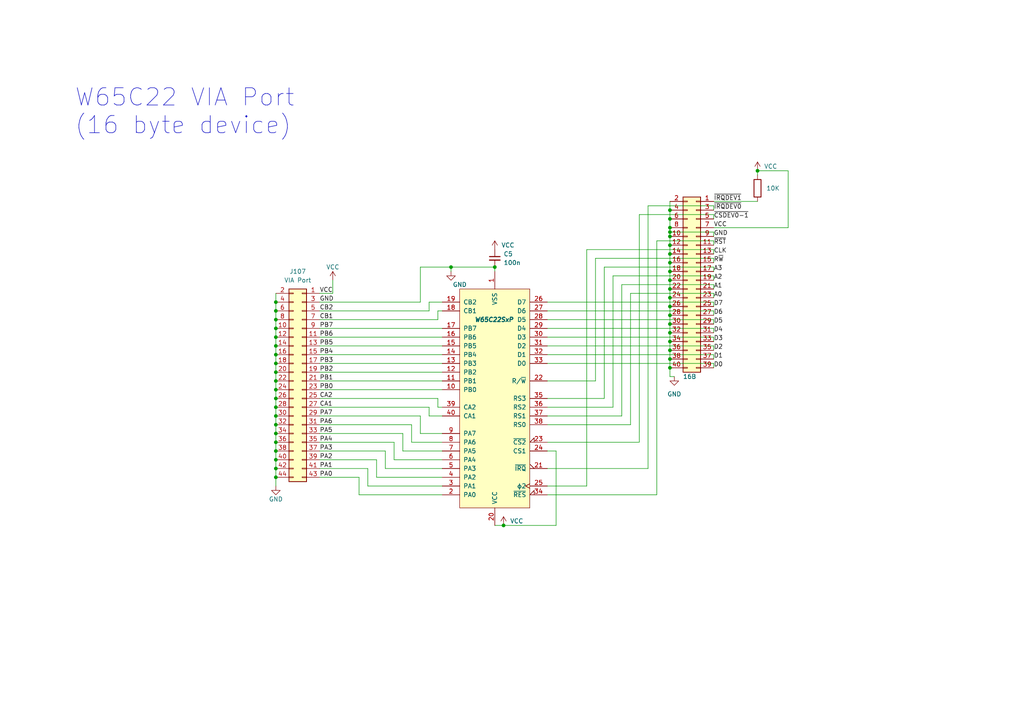
<source format=kicad_sch>
(kicad_sch (version 20211123) (generator eeschema)
  (paper "A4")
  (lib_symbols
    (symbol "65C816:W65C22SxP" (pin_names (offset 1.016))
      (property "Reference" "U" (at -10.16 33.02 0))
      (property "Value" "W65C22SxP" (at 0 0 90))
      (symbol "W65C22SxP_0_1"
        (rectangle (start -10.16 31.75) (end 10.16 -31.75) (fill (type background)))
      )
      (symbol "W65C22SxP_1_1"
        (pin power_in line (at 0 -36.83 90) (length 5.08) (name "VSS") (number "1"))
        (pin bidirectional line (at 15.24 -2.54 180) (length 5.08) (name "PB0") (number "10"))
        (pin bidirectional line (at 15.24 -5.08 180) (length 5.08) (name "PB1") (number "11"))
        (pin bidirectional line (at 15.24 -7.62 180) (length 5.08) (name "PB2") (number "12"))
        (pin bidirectional line (at 15.24 -10.16 180) (length 5.08) (name "PB3") (number "13"))
        (pin bidirectional line (at 15.24 -12.7 180) (length 5.08) (name "PB4") (number "14"))
        (pin bidirectional line (at 15.24 -15.24 180) (length 5.08) (name "PB5") (number "15"))
        (pin bidirectional line (at 15.24 -17.78 180) (length 5.08) (name "PB6") (number "16"))
        (pin bidirectional line (at 15.24 -20.32 180) (length 5.08) (name "PB7") (number "17"))
        (pin input line (at 15.24 -25.4 180) (length 5.08) (name "CB1") (number "18"))
        (pin bidirectional line (at 15.24 -27.94 180) (length 5.08) (name "CB2") (number "19"))
        (pin bidirectional line (at 15.24 27.94 180) (length 5.08) (name "PA0") (number "2"))
        (pin power_in line (at 0 36.83 270) (length 5.08) (name "VCC") (number "20"))
        (pin output output_low (at -15.24 20.32 0) (length 5.08) (name "~{IRQ}") (number "21"))
        (pin input line (at -15.24 -5.08 0) (length 5.08) (name "R/~{W}") (number "22"))
        (pin input input_low (at -15.24 12.7 0) (length 5.08) (name "~{CS2}") (number "23"))
        (pin input line (at -15.24 15.24 0) (length 5.08) (name "CS1") (number "24"))
        (pin input clock (at -15.24 25.4 0) (length 5.08) (name "ϕ2") (number "25"))
        (pin bidirectional line (at -15.24 -27.94 0) (length 5.08) (name "D7") (number "26"))
        (pin bidirectional line (at -15.24 -25.4 0) (length 5.08) (name "D6") (number "27"))
        (pin bidirectional line (at -15.24 -22.86 0) (length 5.08) (name "D5") (number "28"))
        (pin bidirectional line (at -15.24 -20.32 0) (length 5.08) (name "D4") (number "29"))
        (pin bidirectional line (at 15.24 25.4 180) (length 5.08) (name "PA1") (number "3"))
        (pin bidirectional line (at -15.24 -17.78 0) (length 5.08) (name "D3") (number "30"))
        (pin bidirectional line (at -15.24 -15.24 0) (length 5.08) (name "D2") (number "31"))
        (pin bidirectional line (at -15.24 -12.7 0) (length 5.08) (name "D1") (number "32"))
        (pin bidirectional line (at -15.24 -10.16 0) (length 5.08) (name "D0") (number "33"))
        (pin input input_low (at -15.24 27.94 0) (length 5.08) (name "~{RES}") (number "34"))
        (pin input line (at -15.24 0 0) (length 5.08) (name "RS3") (number "35"))
        (pin input line (at -15.24 2.54 0) (length 5.08) (name "RS2") (number "36"))
        (pin input line (at -15.24 5.08 0) (length 5.08) (name "RS1") (number "37"))
        (pin input line (at -15.24 7.62 0) (length 5.08) (name "RS0") (number "38"))
        (pin bidirectional line (at 15.24 2.54 180) (length 5.08) (name "CA2") (number "39"))
        (pin bidirectional line (at 15.24 22.86 180) (length 5.08) (name "PA2") (number "4"))
        (pin input line (at 15.24 5.08 180) (length 5.08) (name "CA1") (number "40"))
        (pin bidirectional line (at 15.24 20.32 180) (length 5.08) (name "PA3") (number "5"))
        (pin bidirectional line (at 15.24 17.78 180) (length 5.08) (name "PA4") (number "6"))
        (pin bidirectional line (at 15.24 15.24 180) (length 5.08) (name "PA5") (number "7"))
        (pin bidirectional line (at 15.24 12.7 180) (length 5.08) (name "PA6") (number "8"))
        (pin bidirectional line (at 15.24 10.16 180) (length 5.08) (name "PA7") (number "9"))
      )
    )
    (symbol "Connector_Generic:Conn_02x20_Odd_Even" (pin_names (offset 1.016) hide)
      (property "Reference" "J" (at 1.27 25.4 0))
      (property "Value" "Conn_02x20_Odd_Even" (at 1.27 -27.94 0))
      (symbol "Conn_02x20_Odd_Even_1_1"
        (rectangle (start -1.27 -25.273) (end 0 -25.527) (stroke (width 0.1524)))
        (rectangle (start -1.27 -22.733) (end 0 -22.987) (stroke (width 0.1524)))
        (rectangle (start -1.27 -20.193) (end 0 -20.447) (stroke (width 0.1524)))
        (rectangle (start -1.27 -17.653) (end 0 -17.907) (stroke (width 0.1524)))
        (rectangle (start -1.27 -15.113) (end 0 -15.367) (stroke (width 0.1524)))
        (rectangle (start -1.27 -12.573) (end 0 -12.827) (stroke (width 0.1524)))
        (rectangle (start -1.27 -10.033) (end 0 -10.287) (stroke (width 0.1524)))
        (rectangle (start -1.27 -7.493) (end 0 -7.747) (stroke (width 0.1524)))
        (rectangle (start -1.27 -4.953) (end 0 -5.207) (stroke (width 0.1524)))
        (rectangle (start -1.27 -2.413) (end 0 -2.667) (stroke (width 0.1524)))
        (rectangle (start -1.27 0.127) (end 0 -0.127) (stroke (width 0.1524)))
        (rectangle (start -1.27 2.667) (end 0 2.413) (stroke (width 0.1524)))
        (rectangle (start -1.27 5.207) (end 0 4.953) (stroke (width 0.1524)))
        (rectangle (start -1.27 7.747) (end 0 7.493) (stroke (width 0.1524)))
        (rectangle (start -1.27 10.287) (end 0 10.033) (stroke (width 0.1524)))
        (rectangle (start -1.27 12.827) (end 0 12.573) (stroke (width 0.1524)))
        (rectangle (start -1.27 15.367) (end 0 15.113) (stroke (width 0.1524)))
        (rectangle (start -1.27 17.907) (end 0 17.653) (stroke (width 0.1524)))
        (rectangle (start -1.27 20.447) (end 0 20.193) (stroke (width 0.1524)))
        (rectangle (start -1.27 22.987) (end 0 22.733) (stroke (width 0.1524)))
        (rectangle (start -1.27 24.13) (end 3.81 -26.67) (stroke (width 0.254)) (fill (type background)))
        (rectangle (start 3.81 -25.273) (end 2.54 -25.527) (stroke (width 0.1524)))
        (rectangle (start 3.81 -22.733) (end 2.54 -22.987) (stroke (width 0.1524)))
        (rectangle (start 3.81 -20.193) (end 2.54 -20.447) (stroke (width 0.1524)))
        (rectangle (start 3.81 -17.653) (end 2.54 -17.907) (stroke (width 0.1524)))
        (rectangle (start 3.81 -15.113) (end 2.54 -15.367) (stroke (width 0.1524)))
        (rectangle (start 3.81 -12.573) (end 2.54 -12.827) (stroke (width 0.1524)))
        (rectangle (start 3.81 -10.033) (end 2.54 -10.287) (stroke (width 0.1524)))
        (rectangle (start 3.81 -7.493) (end 2.54 -7.747) (stroke (width 0.1524)))
        (rectangle (start 3.81 -4.953) (end 2.54 -5.207) (stroke (width 0.1524)))
        (rectangle (start 3.81 -2.413) (end 2.54 -2.667) (stroke (width 0.1524)))
        (rectangle (start 3.81 0.127) (end 2.54 -0.127) (stroke (width 0.1524)))
        (rectangle (start 3.81 2.667) (end 2.54 2.413) (stroke (width 0.1524)))
        (rectangle (start 3.81 5.207) (end 2.54 4.953) (stroke (width 0.1524)))
        (rectangle (start 3.81 7.747) (end 2.54 7.493) (stroke (width 0.1524)))
        (rectangle (start 3.81 10.287) (end 2.54 10.033) (stroke (width 0.1524)))
        (rectangle (start 3.81 12.827) (end 2.54 12.573) (stroke (width 0.1524)))
        (rectangle (start 3.81 15.367) (end 2.54 15.113) (stroke (width 0.1524)))
        (rectangle (start 3.81 17.907) (end 2.54 17.653) (stroke (width 0.1524)))
        (rectangle (start 3.81 20.447) (end 2.54 20.193) (stroke (width 0.1524)))
        (rectangle (start 3.81 22.987) (end 2.54 22.733) (stroke (width 0.1524)))
        (pin passive line (at -5.08 22.86 0) (length 3.81) (name "Pin_1") (number "1"))
        (pin passive line (at 7.62 12.7 180) (length 3.81) (name "Pin_10") (number "10"))
        (pin passive line (at -5.08 10.16 0) (length 3.81) (name "Pin_11") (number "11"))
        (pin passive line (at 7.62 10.16 180) (length 3.81) (name "Pin_12") (number "12"))
        (pin passive line (at -5.08 7.62 0) (length 3.81) (name "Pin_13") (number "13"))
        (pin passive line (at 7.62 7.62 180) (length 3.81) (name "Pin_14") (number "14"))
        (pin passive line (at -5.08 5.08 0) (length 3.81) (name "Pin_15") (number "15"))
        (pin passive line (at 7.62 5.08 180) (length 3.81) (name "Pin_16") (number "16"))
        (pin passive line (at -5.08 2.54 0) (length 3.81) (name "Pin_17") (number "17"))
        (pin passive line (at 7.62 2.54 180) (length 3.81) (name "Pin_18") (number "18"))
        (pin passive line (at -5.08 0 0) (length 3.81) (name "Pin_19") (number "19"))
        (pin passive line (at 7.62 22.86 180) (length 3.81) (name "Pin_2") (number "2"))
        (pin passive line (at 7.62 0 180) (length 3.81) (name "Pin_20") (number "20"))
        (pin passive line (at -5.08 -2.54 0) (length 3.81) (name "Pin_21") (number "21"))
        (pin passive line (at 7.62 -2.54 180) (length 3.81) (name "Pin_22") (number "22"))
        (pin passive line (at -5.08 -5.08 0) (length 3.81) (name "Pin_23") (number "23"))
        (pin passive line (at 7.62 -5.08 180) (length 3.81) (name "Pin_24") (number "24"))
        (pin passive line (at -5.08 -7.62 0) (length 3.81) (name "Pin_25") (number "25"))
        (pin passive line (at 7.62 -7.62 180) (length 3.81) (name "Pin_26") (number "26"))
        (pin passive line (at -5.08 -10.16 0) (length 3.81) (name "Pin_27") (number "27"))
        (pin passive line (at 7.62 -10.16 180) (length 3.81) (name "Pin_28") (number "28"))
        (pin passive line (at -5.08 -12.7 0) (length 3.81) (name "Pin_29") (number "29"))
        (pin passive line (at -5.08 20.32 0) (length 3.81) (name "Pin_3") (number "3"))
        (pin passive line (at 7.62 -12.7 180) (length 3.81) (name "Pin_30") (number "30"))
        (pin passive line (at -5.08 -15.24 0) (length 3.81) (name "Pin_31") (number "31"))
        (pin passive line (at 7.62 -15.24 180) (length 3.81) (name "Pin_32") (number "32"))
        (pin passive line (at -5.08 -17.78 0) (length 3.81) (name "Pin_33") (number "33"))
        (pin passive line (at 7.62 -17.78 180) (length 3.81) (name "Pin_34") (number "34"))
        (pin passive line (at -5.08 -20.32 0) (length 3.81) (name "Pin_35") (number "35"))
        (pin passive line (at 7.62 -20.32 180) (length 3.81) (name "Pin_36") (number "36"))
        (pin passive line (at -5.08 -22.86 0) (length 3.81) (name "Pin_37") (number "37"))
        (pin passive line (at 7.62 -22.86 180) (length 3.81) (name "Pin_38") (number "38"))
        (pin passive line (at -5.08 -25.4 0) (length 3.81) (name "Pin_39") (number "39"))
        (pin passive line (at 7.62 20.32 180) (length 3.81) (name "Pin_4") (number "4"))
        (pin passive line (at 7.62 -25.4 180) (length 3.81) (name "Pin_40") (number "40"))
        (pin passive line (at -5.08 17.78 0) (length 3.81) (name "Pin_5") (number "5"))
        (pin passive line (at 7.62 17.78 180) (length 3.81) (name "Pin_6") (number "6"))
        (pin passive line (at -5.08 15.24 0) (length 3.81) (name "Pin_7") (number "7"))
        (pin passive line (at 7.62 15.24 180) (length 3.81) (name "Pin_8") (number "8"))
        (pin passive line (at -5.08 12.7 0) (length 3.81) (name "Pin_9") (number "9"))
      )
    )
    (symbol "Connector_Generic:Conn_02x22_Odd_Even" (pin_names (offset 1.016) hide)
      (property "Reference" "J" (at 1.27 27.94 0))
      (property "Value" "Conn_02x22_Odd_Even" (at 1.27 -30.48 0))
      (symbol "Conn_02x22_Odd_Even_1_1"
        (rectangle (start -1.27 -27.813) (end 0 -28.067) (stroke (width 0.1524)))
        (rectangle (start -1.27 -25.273) (end 0 -25.527) (stroke (width 0.1524)))
        (rectangle (start -1.27 -22.733) (end 0 -22.987) (stroke (width 0.1524)))
        (rectangle (start -1.27 -20.193) (end 0 -20.447) (stroke (width 0.1524)))
        (rectangle (start -1.27 -17.653) (end 0 -17.907) (stroke (width 0.1524)))
        (rectangle (start -1.27 -15.113) (end 0 -15.367) (stroke (width 0.1524)))
        (rectangle (start -1.27 -12.573) (end 0 -12.827) (stroke (width 0.1524)))
        (rectangle (start -1.27 -10.033) (end 0 -10.287) (stroke (width 0.1524)))
        (rectangle (start -1.27 -7.493) (end 0 -7.747) (stroke (width 0.1524)))
        (rectangle (start -1.27 -4.953) (end 0 -5.207) (stroke (width 0.1524)))
        (rectangle (start -1.27 -2.413) (end 0 -2.667) (stroke (width 0.1524)))
        (rectangle (start -1.27 0.127) (end 0 -0.127) (stroke (width 0.1524)))
        (rectangle (start -1.27 2.667) (end 0 2.413) (stroke (width 0.1524)))
        (rectangle (start -1.27 5.207) (end 0 4.953) (stroke (width 0.1524)))
        (rectangle (start -1.27 7.747) (end 0 7.493) (stroke (width 0.1524)))
        (rectangle (start -1.27 10.287) (end 0 10.033) (stroke (width 0.1524)))
        (rectangle (start -1.27 12.827) (end 0 12.573) (stroke (width 0.1524)))
        (rectangle (start -1.27 15.367) (end 0 15.113) (stroke (width 0.1524)))
        (rectangle (start -1.27 17.907) (end 0 17.653) (stroke (width 0.1524)))
        (rectangle (start -1.27 20.447) (end 0 20.193) (stroke (width 0.1524)))
        (rectangle (start -1.27 22.987) (end 0 22.733) (stroke (width 0.1524)))
        (rectangle (start -1.27 25.527) (end 0 25.273) (stroke (width 0.1524)))
        (rectangle (start -1.27 26.67) (end 3.81 -29.21) (stroke (width 0.254)) (fill (type background)))
        (rectangle (start 3.81 -27.813) (end 2.54 -28.067) (stroke (width 0.1524)))
        (rectangle (start 3.81 -25.273) (end 2.54 -25.527) (stroke (width 0.1524)))
        (rectangle (start 3.81 -22.733) (end 2.54 -22.987) (stroke (width 0.1524)))
        (rectangle (start 3.81 -20.193) (end 2.54 -20.447) (stroke (width 0.1524)))
        (rectangle (start 3.81 -17.653) (end 2.54 -17.907) (stroke (width 0.1524)))
        (rectangle (start 3.81 -15.113) (end 2.54 -15.367) (stroke (width 0.1524)))
        (rectangle (start 3.81 -12.573) (end 2.54 -12.827) (stroke (width 0.1524)))
        (rectangle (start 3.81 -10.033) (end 2.54 -10.287) (stroke (width 0.1524)))
        (rectangle (start 3.81 -7.493) (end 2.54 -7.747) (stroke (width 0.1524)))
        (rectangle (start 3.81 -4.953) (end 2.54 -5.207) (stroke (width 0.1524)))
        (rectangle (start 3.81 -2.413) (end 2.54 -2.667) (stroke (width 0.1524)))
        (rectangle (start 3.81 0.127) (end 2.54 -0.127) (stroke (width 0.1524)))
        (rectangle (start 3.81 2.667) (end 2.54 2.413) (stroke (width 0.1524)))
        (rectangle (start 3.81 5.207) (end 2.54 4.953) (stroke (width 0.1524)))
        (rectangle (start 3.81 7.747) (end 2.54 7.493) (stroke (width 0.1524)))
        (rectangle (start 3.81 10.287) (end 2.54 10.033) (stroke (width 0.1524)))
        (rectangle (start 3.81 12.827) (end 2.54 12.573) (stroke (width 0.1524)))
        (rectangle (start 3.81 15.367) (end 2.54 15.113) (stroke (width 0.1524)))
        (rectangle (start 3.81 17.907) (end 2.54 17.653) (stroke (width 0.1524)))
        (rectangle (start 3.81 20.447) (end 2.54 20.193) (stroke (width 0.1524)))
        (rectangle (start 3.81 22.987) (end 2.54 22.733) (stroke (width 0.1524)))
        (rectangle (start 3.81 25.527) (end 2.54 25.273) (stroke (width 0.1524)))
        (pin passive line (at -5.08 25.4 0) (length 3.81) (name "Pin_1") (number "1"))
        (pin passive line (at 7.62 15.24 180) (length 3.81) (name "Pin_10") (number "10"))
        (pin passive line (at -5.08 12.7 0) (length 3.81) (name "Pin_11") (number "11"))
        (pin passive line (at 7.62 12.7 180) (length 3.81) (name "Pin_12") (number "12"))
        (pin passive line (at -5.08 10.16 0) (length 3.81) (name "Pin_13") (number "13"))
        (pin passive line (at 7.62 10.16 180) (length 3.81) (name "Pin_14") (number "14"))
        (pin passive line (at -5.08 7.62 0) (length 3.81) (name "Pin_15") (number "15"))
        (pin passive line (at 7.62 7.62 180) (length 3.81) (name "Pin_16") (number "16"))
        (pin passive line (at -5.08 5.08 0) (length 3.81) (name "Pin_17") (number "17"))
        (pin passive line (at 7.62 5.08 180) (length 3.81) (name "Pin_18") (number "18"))
        (pin passive line (at -5.08 2.54 0) (length 3.81) (name "Pin_19") (number "19"))
        (pin passive line (at 7.62 25.4 180) (length 3.81) (name "Pin_2") (number "2"))
        (pin passive line (at 7.62 2.54 180) (length 3.81) (name "Pin_20") (number "20"))
        (pin passive line (at -5.08 0 0) (length 3.81) (name "Pin_21") (number "21"))
        (pin passive line (at 7.62 0 180) (length 3.81) (name "Pin_22") (number "22"))
        (pin passive line (at -5.08 -2.54 0) (length 3.81) (name "Pin_23") (number "23"))
        (pin passive line (at 7.62 -2.54 180) (length 3.81) (name "Pin_24") (number "24"))
        (pin passive line (at -5.08 -5.08 0) (length 3.81) (name "Pin_25") (number "25"))
        (pin passive line (at 7.62 -5.08 180) (length 3.81) (name "Pin_26") (number "26"))
        (pin passive line (at -5.08 -7.62 0) (length 3.81) (name "Pin_27") (number "27"))
        (pin passive line (at 7.62 -7.62 180) (length 3.81) (name "Pin_28") (number "28"))
        (pin passive line (at -5.08 -10.16 0) (length 3.81) (name "Pin_29") (number "29"))
        (pin passive line (at -5.08 22.86 0) (length 3.81) (name "Pin_3") (number "3"))
        (pin passive line (at 7.62 -10.16 180) (length 3.81) (name "Pin_30") (number "30"))
        (pin passive line (at -5.08 -12.7 0) (length 3.81) (name "Pin_31") (number "31"))
        (pin passive line (at 7.62 -12.7 180) (length 3.81) (name "Pin_32") (number "32"))
        (pin passive line (at -5.08 -15.24 0) (length 3.81) (name "Pin_33") (number "33"))
        (pin passive line (at 7.62 -15.24 180) (length 3.81) (name "Pin_34") (number "34"))
        (pin passive line (at -5.08 -17.78 0) (length 3.81) (name "Pin_35") (number "35"))
        (pin passive line (at 7.62 -17.78 180) (length 3.81) (name "Pin_36") (number "36"))
        (pin passive line (at -5.08 -20.32 0) (length 3.81) (name "Pin_37") (number "37"))
        (pin passive line (at 7.62 -20.32 180) (length 3.81) (name "Pin_38") (number "38"))
        (pin passive line (at -5.08 -22.86 0) (length 3.81) (name "Pin_39") (number "39"))
        (pin passive line (at 7.62 22.86 180) (length 3.81) (name "Pin_4") (number "4"))
        (pin passive line (at 7.62 -22.86 180) (length 3.81) (name "Pin_40") (number "40"))
        (pin passive line (at -5.08 -25.4 0) (length 3.81) (name "Pin_41") (number "41"))
        (pin passive line (at 7.62 -25.4 180) (length 3.81) (name "Pin_42") (number "42"))
        (pin passive line (at -5.08 -27.94 0) (length 3.81) (name "Pin_43") (number "43"))
        (pin passive line (at 7.62 -27.94 180) (length 3.81) (name "Pin_44") (number "44"))
        (pin passive line (at -5.08 20.32 0) (length 3.81) (name "Pin_5") (number "5"))
        (pin passive line (at 7.62 20.32 180) (length 3.81) (name "Pin_6") (number "6"))
        (pin passive line (at -5.08 17.78 0) (length 3.81) (name "Pin_7") (number "7"))
        (pin passive line (at 7.62 17.78 180) (length 3.81) (name "Pin_8") (number "8"))
        (pin passive line (at -5.08 15.24 0) (length 3.81) (name "Pin_9") (number "9"))
      )
    )
    (symbol "Device:C_Small" (pin_numbers hide) (pin_names (offset 0.254) hide)
      (property "Reference" "C" (at 0.254 1.778 0))
      (property "Value" "C_Small" (at 0.254 -2.032 0))
      (symbol "C_Small_0_1"
        (polyline (pts (xy -1.524 -0.508) (xy 1.524 -0.508)) (stroke (width 0.3302)))
        (polyline (pts (xy -1.524 0.508) (xy 1.524 0.508)) (stroke (width 0.3048)))
      )
      (symbol "C_Small_1_1"
        (pin passive line (at 0 2.54 270) (length 2.032) (name "~") (number "1"))
        (pin passive line (at 0 -2.54 90) (length 2.032) (name "~") (number "2"))
      )
    )
    (symbol "Device:R" (pin_numbers hide) (pin_names (offset 0))
      (property "Reference" "R" (at 2.032 0 90))
      (property "Value" "R" (at 0 0 90))
      (symbol "R_0_1"
        (rectangle (start -1.016 -2.54) (end 1.016 2.54) (stroke (width 0.254)))
      )
      (symbol "R_1_1"
        (pin passive line (at 0 3.81 270) (length 1.27) (name "~") (number "1"))
        (pin passive line (at 0 -3.81 90) (length 1.27) (name "~") (number "2"))
      )
    )
    (symbol "GND_2" (power) (pin_names (offset 0))
      (property "Value" "GND_2" (at 0 -3.81 0))
      (symbol "GND_2_0_1"
        (polyline (pts (xy 0 0) (xy 0 -1.27) (xy 1.27 -1.27) (xy 0 -2.54) (xy -1.27 -1.27) (xy 0 -1.27)))
      )
      (symbol "GND_2_1_1"
        (pin power_in line (at 0 0 270) (length 0) hide (name "GND") (number "1"))
      )
    )
    (symbol "power:VCC" (power) (pin_names (offset 0))
      (property "Value" "VCC" (at 0 3.81 0))
      (symbol "VCC_0_1"
        (polyline (pts (xy -0.762 1.27) (xy 0 2.54)))
        (polyline (pts (xy 0 0) (xy 0 2.54)))
        (polyline (pts (xy 0 2.54) (xy 0.762 1.27)))
      )
      (symbol "VCC_1_1"
        (pin power_in line (at 0 0 90) (length 0) hide (name "VCC") (number "1"))
      )
    )
  )
  (junction (at 80.01 133.35))
  (junction (at 80.01 100.33))
  (junction (at 194.31 101.6))
  (junction (at 194.31 81.28))
  (junction (at 80.01 95.25))
  (junction (at 80.01 130.81))
  (junction (at 80.01 123.19))
  (junction (at 194.31 60.96))
  (junction (at 194.31 104.14))
  (junction (at 80.01 92.71))
  (junction (at 130.81 77.47))
  (junction (at 80.01 125.73))
  (junction (at 194.31 71.12))
  (junction (at 80.01 118.11))
  (junction (at 194.31 83.82))
  (junction (at 194.31 93.98))
  (junction (at 194.31 99.06))
  (junction (at 80.01 115.57))
  (junction (at 194.31 88.9))
  (junction (at 194.31 68.58))
  (junction (at 80.01 107.95))
  (junction (at 194.31 67.31))
  (junction (at 143.51 77.47))
  (junction (at 80.01 110.49))
  (junction (at 146.05 152.4))
  (junction (at 80.01 102.87))
  (junction (at 194.31 73.66))
  (junction (at 80.01 87.63))
  (junction (at 219.71 49.53))
  (junction (at 194.31 63.5))
  (junction (at 80.01 138.43))
  (junction (at 80.01 105.41))
  (junction (at 194.31 96.52))
  (junction (at 194.31 78.74))
  (junction (at 194.31 91.44))
  (junction (at 194.31 106.68))
  (junction (at 80.01 128.27))
  (junction (at 80.01 120.65))
  (junction (at 80.01 97.79))
  (junction (at 80.01 113.03))
  (junction (at 80.01 135.89))
  (junction (at 194.31 66.04))
  (junction (at 194.31 86.36))
  (junction (at 194.31 76.2))
  (junction (at 80.01 90.17))
  (wire (pts (xy 219.71 49.53) (xy 228.6 49.53)))
  (wire (pts (xy 80.01 105.41) (xy 80.01 107.95)))
  (wire (pts (xy 180.34 120.65) (xy 180.34 82.55)))
  (wire (pts (xy 190.5 69.85) (xy 190.5 143.51)))
  (wire (pts (xy 109.22 138.43) (xy 128.27 138.43)))
  (wire (pts (xy 194.31 91.44) (xy 194.31 93.98)))
  (wire (pts (xy 207.01 71.12) (xy 207.01 69.85)))
  (wire (pts (xy 194.31 68.58) (xy 194.31 71.12)))
  (wire (pts (xy 175.26 77.47) (xy 207.01 77.47)))
  (wire (pts (xy 80.01 130.81) (xy 80.01 133.35)))
  (wire (pts (xy 121.92 125.73) (xy 128.27 125.73)))
  (wire (pts (xy 96.52 81.28) (xy 96.52 85.09)))
  (wire (pts (xy 219.71 49.53) (xy 219.71 50.8)))
  (wire (pts (xy 185.42 128.27) (xy 158.75 128.27)))
  (wire (pts (xy 92.71 138.43) (xy 104.14 138.43)))
  (wire (pts (xy 92.71 120.65) (xy 121.92 120.65)))
  (wire (pts (xy 207.01 81.28) (xy 207.01 80.01)))
  (wire (pts (xy 161.29 130.81) (xy 161.29 152.4)))
  (wire (pts (xy 80.01 138.43) (xy 80.01 140.97)))
  (wire (pts (xy 92.71 107.95) (xy 128.27 107.95)))
  (wire (pts (xy 207.01 102.87) (xy 207.01 104.14)))
  (wire (pts (xy 80.01 115.57) (xy 80.01 118.11)))
  (wire (pts (xy 121.92 77.47) (xy 121.92 87.63)))
  (wire (pts (xy 80.01 107.95) (xy 80.01 110.49)))
  (wire (pts (xy 92.71 128.27) (xy 114.3 128.27)))
  (wire (pts (xy 80.01 113.03) (xy 80.01 115.57)))
  (wire (pts (xy 207.01 92.71) (xy 207.01 93.98)))
  (wire (pts (xy 194.31 104.14) (xy 194.31 106.68)))
  (wire (pts (xy 207.01 69.85) (xy 190.5 69.85)))
  (wire (pts (xy 106.68 140.97) (xy 128.27 140.97)))
  (wire (pts (xy 194.31 66.04) (xy 194.31 67.31)))
  (wire (pts (xy 194.31 101.6) (xy 194.31 104.14)))
  (wire (pts (xy 80.01 118.11) (xy 80.01 120.65)))
  (wire (pts (xy 111.76 135.89) (xy 128.27 135.89)))
  (wire (pts (xy 185.42 62.23) (xy 185.42 128.27)))
  (wire (pts (xy 194.31 93.98) (xy 194.31 96.52)))
  (wire (pts (xy 194.31 99.06) (xy 194.31 101.6)))
  (wire (pts (xy 92.71 135.89) (xy 106.68 135.89)))
  (wire (pts (xy 80.01 110.49) (xy 80.01 113.03)))
  (wire (pts (xy 104.14 138.43) (xy 104.14 143.51)))
  (wire (pts (xy 207.01 67.31) (xy 207.01 68.58)))
  (wire (pts (xy 92.71 130.81) (xy 111.76 130.81)))
  (wire (pts (xy 207.01 97.79) (xy 207.01 99.06)))
  (wire (pts (xy 194.31 67.31) (xy 207.01 67.31)))
  (wire (pts (xy 207.01 58.42) (xy 219.71 58.42)))
  (wire (pts (xy 194.31 109.22) (xy 195.58 109.22)))
  (wire (pts (xy 80.01 123.19) (xy 80.01 125.73)))
  (wire (pts (xy 158.75 135.89) (xy 187.96 135.89)))
  (wire (pts (xy 194.31 81.28) (xy 194.31 83.82)))
  (wire (pts (xy 172.72 74.93) (xy 207.01 74.93)))
  (wire (pts (xy 80.01 135.89) (xy 80.01 138.43)))
  (wire (pts (xy 114.3 128.27) (xy 114.3 133.35)))
  (wire (pts (xy 194.31 76.2) (xy 194.31 78.74)))
  (wire (pts (xy 92.71 97.79) (xy 128.27 97.79)))
  (wire (pts (xy 92.71 133.35) (xy 109.22 133.35)))
  (wire (pts (xy 182.88 123.19) (xy 158.75 123.19)))
  (wire (pts (xy 124.46 120.65) (xy 128.27 120.65)))
  (wire (pts (xy 121.92 87.63) (xy 92.71 87.63)))
  (wire (pts (xy 194.31 96.52) (xy 194.31 99.06)))
  (wire (pts (xy 177.8 118.11) (xy 158.75 118.11)))
  (wire (pts (xy 207.01 87.63) (xy 207.01 88.9)))
  (wire (pts (xy 158.75 97.79) (xy 207.01 97.79)))
  (wire (pts (xy 92.71 102.87) (xy 128.27 102.87)))
  (wire (pts (xy 194.31 60.96) (xy 194.31 63.5)))
  (wire (pts (xy 92.71 125.73) (xy 116.84 125.73)))
  (wire (pts (xy 194.31 71.12) (xy 194.31 73.66)))
  (wire (pts (xy 92.71 113.03) (xy 128.27 113.03)))
  (wire (pts (xy 127 115.57) (xy 127 118.11)))
  (wire (pts (xy 130.81 77.47) (xy 143.51 77.47)))
  (wire (pts (xy 190.5 143.51) (xy 158.75 143.51)))
  (wire (pts (xy 92.71 123.19) (xy 119.38 123.19)))
  (wire (pts (xy 194.31 67.31) (xy 194.31 68.58)))
  (wire (pts (xy 207.01 95.25) (xy 207.01 96.52)))
  (wire (pts (xy 207.01 100.33) (xy 207.01 101.6)))
  (wire (pts (xy 158.75 95.25) (xy 207.01 95.25)))
  (wire (pts (xy 194.31 88.9) (xy 194.31 91.44)))
  (wire (pts (xy 92.71 118.11) (xy 124.46 118.11)))
  (wire (pts (xy 143.51 77.47) (xy 143.51 78.74)))
  (wire (pts (xy 80.01 120.65) (xy 80.01 123.19)))
  (wire (pts (xy 80.01 97.79) (xy 80.01 100.33)))
  (wire (pts (xy 146.05 152.4) (xy 161.29 152.4)))
  (wire (pts (xy 80.01 95.25) (xy 80.01 97.79)))
  (wire (pts (xy 119.38 128.27) (xy 128.27 128.27)))
  (wire (pts (xy 158.75 120.65) (xy 180.34 120.65)))
  (wire (pts (xy 207.01 66.04) (xy 228.6 66.04)))
  (wire (pts (xy 111.76 130.81) (xy 111.76 135.89)))
  (wire (pts (xy 92.71 92.71) (xy 127 92.71)))
  (wire (pts (xy 124.46 118.11) (xy 124.46 120.65)))
  (wire (pts (xy 121.92 120.65) (xy 121.92 125.73)))
  (wire (pts (xy 80.01 125.73) (xy 80.01 128.27)))
  (wire (pts (xy 130.81 77.47) (xy 130.81 78.74)))
  (wire (pts (xy 194.31 78.74) (xy 194.31 81.28)))
  (wire (pts (xy 80.01 85.09) (xy 80.01 87.63)))
  (wire (pts (xy 116.84 125.73) (xy 116.84 130.81)))
  (wire (pts (xy 170.18 72.39) (xy 170.18 140.97)))
  (wire (pts (xy 92.71 90.17) (xy 124.46 90.17)))
  (wire (pts (xy 194.31 106.68) (xy 194.31 109.22)))
  (wire (pts (xy 207.01 105.41) (xy 207.01 106.68)))
  (wire (pts (xy 158.75 92.71) (xy 207.01 92.71)))
  (wire (pts (xy 158.75 110.49) (xy 172.72 110.49)))
  (wire (pts (xy 127 118.11) (xy 128.27 118.11)))
  (wire (pts (xy 194.31 83.82) (xy 194.31 86.36)))
  (wire (pts (xy 228.6 49.53) (xy 228.6 66.04)))
  (wire (pts (xy 207.01 60.96) (xy 207.01 59.69)))
  (wire (pts (xy 207.01 90.17) (xy 207.01 91.44)))
  (wire (pts (xy 92.71 115.57) (xy 127 115.57)))
  (wire (pts (xy 92.71 110.49) (xy 128.27 110.49)))
  (wire (pts (xy 194.31 63.5) (xy 194.31 66.04)))
  (wire (pts (xy 158.75 105.41) (xy 207.01 105.41)))
  (wire (pts (xy 194.31 73.66) (xy 194.31 76.2)))
  (wire (pts (xy 80.01 100.33) (xy 80.01 102.87)))
  (wire (pts (xy 127 92.71) (xy 127 90.17)))
  (wire (pts (xy 207.01 80.01) (xy 177.8 80.01)))
  (wire (pts (xy 92.71 105.41) (xy 128.27 105.41)))
  (wire (pts (xy 207.01 86.36) (xy 207.01 85.09)))
  (wire (pts (xy 143.51 152.4) (xy 146.05 152.4)))
  (wire (pts (xy 207.01 59.69) (xy 187.96 59.69)))
  (wire (pts (xy 158.75 102.87) (xy 207.01 102.87)))
  (wire (pts (xy 121.92 77.47) (xy 130.81 77.47)))
  (wire (pts (xy 158.75 115.57) (xy 175.26 115.57)))
  (wire (pts (xy 127 90.17) (xy 128.27 90.17)))
  (wire (pts (xy 194.31 86.36) (xy 194.31 88.9)))
  (wire (pts (xy 158.75 90.17) (xy 207.01 90.17)))
  (wire (pts (xy 92.71 100.33) (xy 128.27 100.33)))
  (wire (pts (xy 158.75 100.33) (xy 207.01 100.33)))
  (wire (pts (xy 170.18 140.97) (xy 158.75 140.97)))
  (wire (pts (xy 114.3 133.35) (xy 128.27 133.35)))
  (wire (pts (xy 172.72 110.49) (xy 172.72 74.93)))
  (wire (pts (xy 80.01 102.87) (xy 80.01 105.41)))
  (wire (pts (xy 96.52 85.09) (xy 92.71 85.09)))
  (wire (pts (xy 207.01 85.09) (xy 182.88 85.09)))
  (wire (pts (xy 207.01 77.47) (xy 207.01 78.74)))
  (wire (pts (xy 124.46 87.63) (xy 128.27 87.63)))
  (wire (pts (xy 80.01 90.17) (xy 80.01 92.71)))
  (wire (pts (xy 180.34 82.55) (xy 207.01 82.55)))
  (wire (pts (xy 158.75 130.81) (xy 161.29 130.81)))
  (wire (pts (xy 106.68 135.89) (xy 106.68 140.97)))
  (wire (pts (xy 170.18 72.39) (xy 207.01 72.39)))
  (wire (pts (xy 207.01 63.5) (xy 207.01 62.23)))
  (wire (pts (xy 207.01 62.23) (xy 185.42 62.23)))
  (wire (pts (xy 80.01 128.27) (xy 80.01 130.81)))
  (wire (pts (xy 116.84 130.81) (xy 128.27 130.81)))
  (wire (pts (xy 182.88 85.09) (xy 182.88 123.19)))
  (wire (pts (xy 80.01 133.35) (xy 80.01 135.89)))
  (wire (pts (xy 80.01 87.63) (xy 80.01 90.17)))
  (wire (pts (xy 109.22 133.35) (xy 109.22 138.43)))
  (wire (pts (xy 207.01 74.93) (xy 207.01 76.2)))
  (wire (pts (xy 187.96 59.69) (xy 187.96 135.89)))
  (wire (pts (xy 80.01 92.71) (xy 80.01 95.25)))
  (wire (pts (xy 104.14 143.51) (xy 128.27 143.51)))
  (wire (pts (xy 207.01 72.39) (xy 207.01 73.66)))
  (wire (pts (xy 119.38 123.19) (xy 119.38 128.27)))
  (wire (pts (xy 194.31 58.42) (xy 194.31 60.96)))
  (wire (pts (xy 92.71 95.25) (xy 128.27 95.25)))
  (wire (pts (xy 158.75 87.63) (xy 207.01 87.63)))
  (wire (pts (xy 124.46 90.17) (xy 124.46 87.63)))
  (wire (pts (xy 207.01 82.55) (xy 207.01 83.82)))
  (wire (pts (xy 177.8 80.01) (xy 177.8 118.11)))
  (wire (pts (xy 175.26 115.57) (xy 175.26 77.47)))
  (text "W65C22 VIA Port \n(16 byte device)" (at 21.59 39.37 0) (effects (font (size 5 5)) (justify left bottom)))
  (label "A1" (at 207.01 83.82 0))
  (label "~{CSDEV0-1}" (at 207.01 63.5 0))
  (label "D0" (at 207.01 106.68 0))
  (label "GND" (at 207.01 68.58 0))
  (label "PB1" (at 92.71 110.49 0))
  (label "D2" (at 207.01 101.6 0))
  (label "PB3" (at 92.71 105.41 0))
  (label "PB2" (at 92.71 107.95 0))
  (label "CA1" (at 92.71 118.11 0))
  (label "GND" (at 92.71 87.63 0))
  (label "D3" (at 207.01 99.06 0))
  (label "~{IRQDEV0}" (at 207.01 60.96 0))
  (label "CLK" (at 207.01 73.66 0))
  (label "PA5" (at 92.71 125.73 0))
  (label "PA7" (at 92.71 120.65 0))
  (label "PB5" (at 92.71 100.33 0))
  (label "D1" (at 207.01 104.14 0))
  (label "A0" (at 207.01 86.36 0))
  (label "~{RST}" (at 207.01 71.12 0))
  (label "PA4" (at 92.71 128.27 0))
  (label "PA1" (at 92.71 135.89 0))
  (label "A3" (at 207.01 78.74 0))
  (label "VCC" (at 92.71 85.09 0))
  (label "D7" (at 207.01 88.9 0))
  (label "CB1" (at 92.71 92.71 0))
  (label "CA2" (at 92.71 115.57 0))
  (label "~{IRQDEV1}" (at 207.01 58.42 0))
  (label "PB0" (at 92.71 113.03 0))
  (label "D5" (at 207.01 93.98 0))
  (label "D6" (at 207.01 91.44 0))
  (label "PB4" (at 92.71 102.87 0))
  (label "PB7" (at 92.71 95.25 0))
  (label "A2" (at 207.01 81.28 0))
  (label "PA6" (at 92.71 123.19 0))
  (label "PA0" (at 92.71 138.43 0))
  (label "PA3" (at 92.71 130.81 0))
  (label "D4" (at 207.01 96.52 0))
  (label "PA2" (at 92.71 133.35 0))
  (label "PB6" (at 92.71 97.79 0))
  (label "R~{W}" (at 207.01 76.2 0))
  (label "VCC" (at 207.01 66.04 0))
  (label "CB2" (at 92.71 90.17 0))
  (symbol (lib_name "GND_2") (lib_id "power:GND") (at 130.81 78.74 0) (unit 1)
    (property "Reference" "#PWR0245" (effects hide))
    (property "Value" "GND" (at 133.35 82.55 0))
  )
  (symbol (lib_id "Connector_Generic:Conn_02x20_Odd_Even") (at 201.93 81.28 0) (mirror y) (unit 1)
    (property "Reference" "J108" (effects hide))
    (property "Value" "16B" (at 200.025 109.22 0))
  )
  (symbol (lib_id "65C816:W65C22SxP") (at 143.51 115.57 180) (unit 1)
    (property "Reference" "U129" (effects hide))
    (property "Value" "W65C22SxP" (at 149.1106 92.71 0) (effects (font bold italic) (justify left)))
    (property "Footprint" "Package_DIP:DIP-40_W15.24mm_Socket" (effects hide))
    (property "Datasheet" "http://www.westerndesigncenter.com/wdc/documentation/w65c22.pdf" (effects hide))
  )
  (symbol (lib_id "Device:R") (at 219.71 54.61 0) (unit 1)
    (property "Reference" "R16" (effects hide))
    (property "Value" "10K" (at 222.25 54.6099 0) (effects (justify left)))
  )
  (symbol (lib_id "power:VCC") (at 219.71 49.53 0) (unit 1)
    (property "Reference" "#PWR0249" (effects hide))
    (property "Value" "VCC" (at 223.52 48.26 0))
  )
  (symbol (lib_id "Connector_Generic:Conn_02x22_Odd_Even") (at 87.63 110.49 0) (mirror y) (unit 1)
    (property "Reference" "J107" (at 86.36 78.74 0))
    (property "Value" "VIA Port" (at 86.36 81.28 0))
  )
  (symbol (lib_name "GND_2") (lib_id "power:GND") (at 80.01 140.97 0) (unit 1)
    (property "Reference" "#PWR0243" (effects hide))
    (property "Value" "GND" (at 80.01 144.78 0))
  )
  (symbol (lib_id "power:VCC") (at 143.51 72.39 0) (unit 1)
    (property "Reference" "#PWR0246" (effects hide))
    (property "Value" "VCC" (at 147.32 71.12 0))
  )
  (symbol (lib_id "power:VCC") (at 146.05 152.4 0) (unit 1)
    (property "Reference" "#PWR0247" (effects hide))
    (property "Value" "VCC" (at 149.86 151.13 0))
  )
  (symbol (lib_id "Device:C_Small") (at 143.51 74.93 0) (unit 1)
    (property "Reference" "C5" (at 146.05 73.6662 0) (effects (justify left)))
    (property "Value" "100n" (at 146.05 76.2062 0) (effects (justify left)))
  )
  (symbol (lib_id "power:VCC") (at 96.52 81.28 0) (unit 1)
    (property "Reference" "#PWR0244" (effects hide))
    (property "Value" "VCC" (at 96.52 77.47 0))
  )
  (symbol (lib_name "GND_2") (lib_id "power:GND") (at 195.58 109.22 0) (unit 1)
    (property "Reference" "#PWR0248" (effects hide))
    (property "Value" "GND" (at 195.58 114.3 0))
  )
)
</source>
